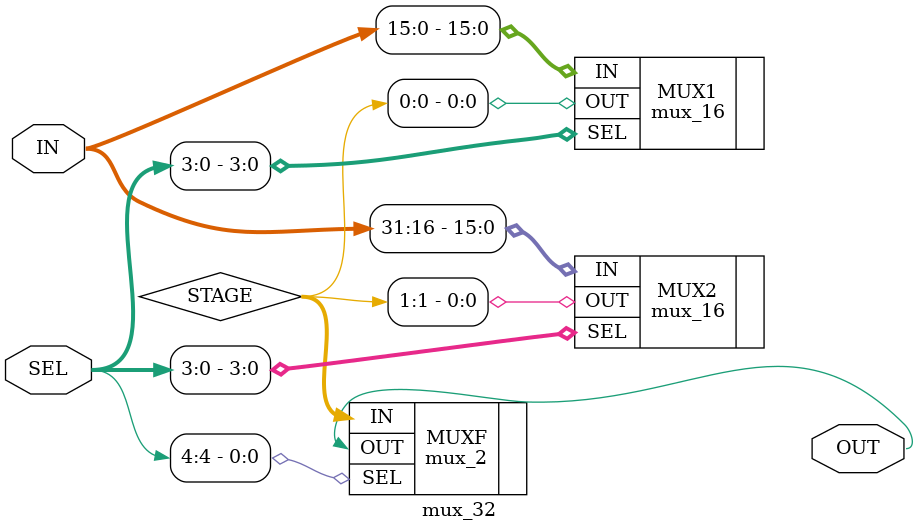
<source format=v>
/******************************************************************
 * Date: 1/18/2018
 * File: mux_64.v
 * 
 *******************************************************************/
 //`include "mux_16.v"
 
 module mux_32(OUT, SEL, IN);

 output  OUT;
 input  [31:0] IN;
 input  [4:0] SEL;
 wire 	[1:0] STAGE;
 
 mux_16 MUX1(.OUT(STAGE[0]), .SEL(SEL[3:0]), .IN(IN[15:0]));
 mux_16 MUX2(.OUT(STAGE[1]), .SEL(SEL[3:0]), .IN(IN[31:16]));
 mux_2 MUXF(.OUT(OUT), .SEL(SEL[4]), .IN(STAGE));

 endmodule
</source>
